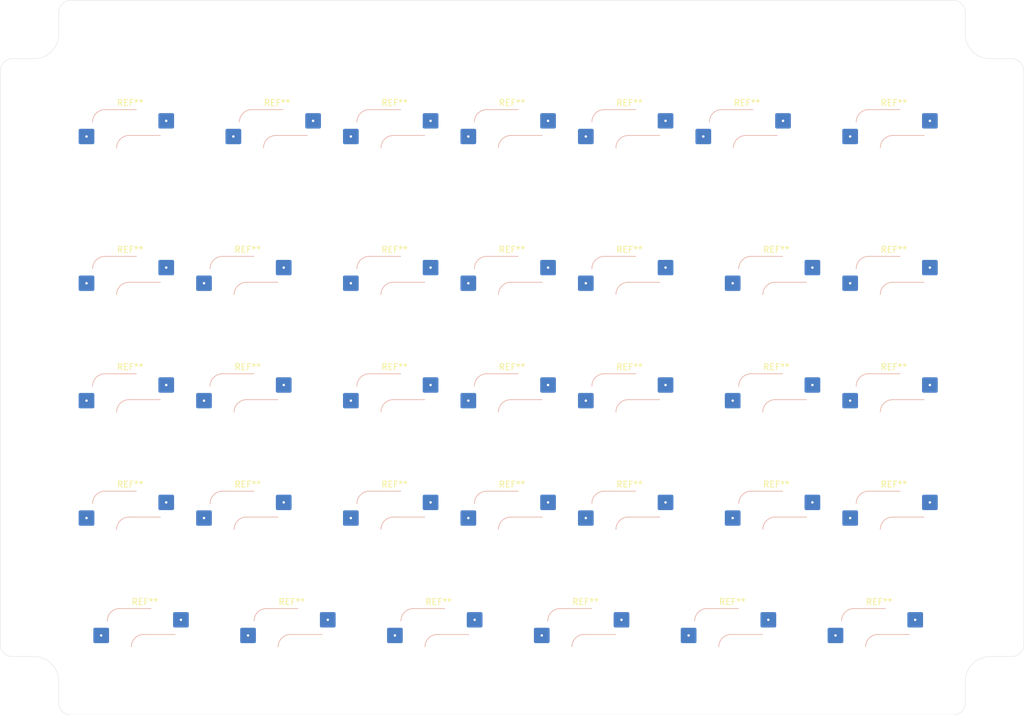
<source format=kicad_pcb>
(kicad_pcb (version 20211014) (generator pcbnew)
  (title_block (title "TW13-3-8 bottom") (date "2021-10-25") (rev "1"))
  (layers (0 "F.Cu" signal) (31 "B.Cu" signal) (34 "B.Paste" user) (35 "F.Paste" user) (36 "B.SilkS" user "B.Silkscreen") (37 "F.SilkS" user "F.Silkscreen") (38 "B.Mask" user) (39 "F.Mask" user) (44 "Edge.Cuts" user))
  (net 0 "")
  (footprint "yuiop:Cherry_MX_Hotswap_1.0u_v3" (layer "F.Cu") (at 169.05 66.6625)
    (fp_text reference "REF**" (at 0 -8) (layer "F.SilkS"))
    (fp_text value "Cherry_MX_Hotswap_1.0u_v3")
    (pad "" np_thru_hole circle (at 2.54 -5.08) (size 3.05 3.05) (drill 3.05) (layers *.Cu *.Mask))
    (pad "" np_thru_hole circle (at 5.08 0) (size 1.9 1.9) (drill 1.9) (layers F&B.Cu *.Mask))
    (pad "" np_thru_hole circle (at -5.08 0) (size 1.9 1.9) (drill 1.9) (layers F&B.Cu *.Mask))
    (pad "" np_thru_hole circle (at -3.81 -2.54) (size 3.05 3.05) (drill 3.05) (layers *.Cu *.Mask))
    (pad "" np_thru_hole circle (at 0 0) (size 4.1 4.1) (drill 4.1) (layers F&B.Cu *.Mask))
    (pad "1" thru_hole circle (at -7.085 -2.54 180) (size 1 1) (drill 0.4) (layers *.Cu *.Mask))
    (pad "1" smd roundrect (at -7.085 -2.54) (size 2.55 2.5) (layers "B.Cu" "B.Paste" "B.Mask") (roundrect_rratio 0.1))
    (pad "2" smd roundrect (at 5.842 -5.08) (size 2.55 2.5) (layers "B.Cu" "B.Paste" "B.Mask") (roundrect_rratio 0.1))
    (pad "2" thru_hole circle (at 5.842 -5.08 180) (size 1 1) (drill 0.4) (layers *.Cu *.Mask))
  )
  (footprint "yuiop:Cherry_MX_Hotswap_1.0u_v3" (layer "F.Cu") (at 114.28125 147.625)
    (fp_text reference "REF**" (at 0 -8) (layer "F.SilkS"))
    (fp_text value "Cherry_MX_Hotswap_1.0u_v3")
    (pad "" np_thru_hole circle (at 2.54 -5.08) (size 3.05 3.05) (drill 3.05) (layers *.Cu *.Mask))
    (pad "" np_thru_hole circle (at 5.08 0) (size 1.9 1.9) (drill 1.9) (layers F&B.Cu *.Mask))
    (pad "" np_thru_hole circle (at -5.08 0) (size 1.9 1.9) (drill 1.9) (layers F&B.Cu *.Mask))
    (pad "" np_thru_hole circle (at -3.81 -2.54) (size 3.05 3.05) (drill 3.05) (layers *.Cu *.Mask))
    (pad "" np_thru_hole circle (at 0 0) (size 4.1 4.1) (drill 4.1) (layers F&B.Cu *.Mask))
    (pad "1" thru_hole circle (at -7.085 -2.54 180) (size 1 1) (drill 0.4) (layers *.Cu *.Mask))
    (pad "1" smd roundrect (at -7.085 -2.54) (size 2.55 2.5) (layers "B.Cu" "B.Paste" "B.Mask") (roundrect_rratio 0.1))
    (pad "2" smd roundrect (at 5.842 -5.08) (size 2.55 2.5) (layers "B.Cu" "B.Paste" "B.Mask") (roundrect_rratio 0.1))
    (pad "2" thru_hole circle (at 5.842 -5.08 180) (size 1 1) (drill 0.4) (layers *.Cu *.Mask))
  )
  (footprint "yuiop:Cherry_MX_Hotswap_1.0u_v3" (layer "F.Cu") (at 192.8625 90.475)
    (fp_text reference "REF**" (at 0 -8) (layer "F.SilkS"))
    (fp_text value "Cherry_MX_Hotswap_1.0u_v3")
    (pad "" np_thru_hole circle (at 2.54 -5.08) (size 3.05 3.05) (drill 3.05) (layers *.Cu *.Mask))
    (pad "" np_thru_hole circle (at 5.08 0) (size 1.9 1.9) (drill 1.9) (layers F&B.Cu *.Mask))
    (pad "" np_thru_hole circle (at -5.08 0) (size 1.9 1.9) (drill 1.9) (layers F&B.Cu *.Mask))
    (pad "" np_thru_hole circle (at -3.81 -2.54) (size 3.05 3.05) (drill 3.05) (layers *.Cu *.Mask))
    (pad "" np_thru_hole circle (at 0 0) (size 4.1 4.1) (drill 4.1) (layers F&B.Cu *.Mask))
    (pad "1" thru_hole circle (at -7.085 -2.54 180) (size 1 1) (drill 0.4) (layers *.Cu *.Mask))
    (pad "1" smd roundrect (at -7.085 -2.54) (size 2.55 2.5) (layers "B.Cu" "B.Paste" "B.Mask") (roundrect_rratio 0.1))
    (pad "2" smd roundrect (at 5.842 -5.08) (size 2.55 2.5) (layers "B.Cu" "B.Paste" "B.Mask") (roundrect_rratio 0.1))
    (pad "2" thru_hole circle (at 5.842 -5.08 180) (size 1 1) (drill 0.4) (layers *.Cu *.Mask))
  )
  (footprint "yuiop:Cherry_MX_Hotswap_1.0u_v3" (layer "F.Cu") (at 111.9 66.6625)
    (fp_text reference "REF**" (at 0 -8) (layer "F.SilkS"))
    (fp_text value "Cherry_MX_Hotswap_1.0u_v3")
    (pad "" np_thru_hole circle (at 2.54 -5.08) (size 3.05 3.05) (drill 3.05) (layers *.Cu *.Mask))
    (pad "" np_thru_hole circle (at 5.08 0) (size 1.9 1.9) (drill 1.9) (layers F&B.Cu *.Mask))
    (pad "" np_thru_hole circle (at -5.08 0) (size 1.9 1.9) (drill 1.9) (layers F&B.Cu *.Mask))
    (pad "" np_thru_hole circle (at -3.81 -2.54) (size 3.05 3.05) (drill 3.05) (layers *.Cu *.Mask))
    (pad "" np_thru_hole circle (at 0 0) (size 4.1 4.1) (drill 4.1) (layers F&B.Cu *.Mask))
    (pad "1" thru_hole circle (at -7.085 -2.54 180) (size 1 1) (drill 0.4) (layers *.Cu *.Mask))
    (pad "1" smd roundrect (at -7.085 -2.54) (size 2.55 2.5) (layers "B.Cu" "B.Paste" "B.Mask") (roundrect_rratio 0.1))
    (pad "2" smd roundrect (at 5.842 -5.08) (size 2.55 2.5) (layers "B.Cu" "B.Paste" "B.Mask") (roundrect_rratio 0.1))
    (pad "2" thru_hole circle (at 5.842 -5.08 180) (size 1 1) (drill 0.4) (layers *.Cu *.Mask))
  )
  (footprint "yuiop:Cherry_MX_Hotswap_1.0u_v3" (layer "F.Cu") (at 169.05 109.525)
    (fp_text reference "REF**" (at 0 -8) (layer "F.SilkS"))
    (fp_text value "Cherry_MX_Hotswap_1.0u_v3")
    (pad "" np_thru_hole circle (at 2.54 -5.08) (size 3.05 3.05) (drill 3.05) (layers *.Cu *.Mask))
    (pad "" np_thru_hole circle (at 5.08 0) (size 1.9 1.9) (drill 1.9) (layers F&B.Cu *.Mask))
    (pad "" np_thru_hole circle (at -5.08 0) (size 1.9 1.9) (drill 1.9) (layers F&B.Cu *.Mask))
    (pad "" np_thru_hole circle (at -3.81 -2.54) (size 3.05 3.05) (drill 3.05) (layers *.Cu *.Mask))
    (pad "" np_thru_hole circle (at 0 0) (size 4.1 4.1) (drill 4.1) (layers F&B.Cu *.Mask))
    (pad "1" thru_hole circle (at -7.085 -2.54 180) (size 1 1) (drill 0.4) (layers *.Cu *.Mask))
    (pad "1" smd roundrect (at -7.085 -2.54) (size 2.55 2.5) (layers "B.Cu" "B.Paste" "B.Mask") (roundrect_rratio 0.1))
    (pad "2" smd roundrect (at 5.842 -5.08) (size 2.55 2.5) (layers "B.Cu" "B.Paste" "B.Mask") (roundrect_rratio 0.1))
    (pad "2" thru_hole circle (at 5.842 -5.08 180) (size 1 1) (drill 0.4) (layers *.Cu *.Mask))
  )
  (footprint "yuiop:Cherry_MX_Hotswap_1.0u_v3" (layer "F.Cu") (at 211.9125 66.6625)
    (fp_text reference "REF**" (at 0 -8) (layer "F.SilkS"))
    (fp_text value "Cherry_MX_Hotswap_1.0u_v3")
    (pad "" np_thru_hole circle (at 2.54 -5.08) (size 3.05 3.05) (drill 3.05) (layers *.Cu *.Mask))
    (pad "" np_thru_hole circle (at 5.08 0) (size 1.9 1.9) (drill 1.9) (layers F&B.Cu *.Mask))
    (pad "" np_thru_hole circle (at -5.08 0) (size 1.9 1.9) (drill 1.9) (layers F&B.Cu *.Mask))
    (pad "" np_thru_hole circle (at -3.81 -2.54) (size 3.05 3.05) (drill 3.05) (layers *.Cu *.Mask))
    (pad "" np_thru_hole circle (at 0 0) (size 4.1 4.1) (drill 4.1) (layers F&B.Cu *.Mask))
    (pad "1" thru_hole circle (at -7.085 -2.54 180) (size 1 1) (drill 0.4) (layers *.Cu *.Mask))
    (pad "1" smd roundrect (at -7.085 -2.54) (size 2.55 2.5) (layers "B.Cu" "B.Paste" "B.Mask") (roundrect_rratio 0.1))
    (pad "2" smd roundrect (at 5.842 -5.08) (size 2.55 2.5) (layers "B.Cu" "B.Paste" "B.Mask") (roundrect_rratio 0.1))
    (pad "2" thru_hole circle (at 5.842 -5.08 180) (size 1 1) (drill 0.4) (layers *.Cu *.Mask))
  )
  (footprint "yuiop:Cherry_MX_Hotswap_1.0u_v3" (layer "F.Cu") (at 209.53125 147.625)
    (fp_text reference "REF**" (at 0 -8) (layer "F.SilkS"))
    (fp_text value "Cherry_MX_Hotswap_1.0u_v3")
    (pad "" np_thru_hole circle (at 2.54 -5.08) (size 3.05 3.05) (drill 3.05) (layers *.Cu *.Mask))
    (pad "" np_thru_hole circle (at 5.08 0) (size 1.9 1.9) (drill 1.9) (layers F&B.Cu *.Mask))
    (pad "" np_thru_hole circle (at -5.08 0) (size 1.9 1.9) (drill 1.9) (layers F&B.Cu *.Mask))
    (pad "" np_thru_hole circle (at -3.81 -2.54) (size 3.05 3.05) (drill 3.05) (layers *.Cu *.Mask))
    (pad "" np_thru_hole circle (at 0 0) (size 4.1 4.1) (drill 4.1) (layers F&B.Cu *.Mask))
    (pad "1" thru_hole circle (at -7.085 -2.54 180) (size 1 1) (drill 0.4) (layers *.Cu *.Mask))
    (pad "1" smd roundrect (at -7.085 -2.54) (size 2.55 2.5) (layers "B.Cu" "B.Paste" "B.Mask") (roundrect_rratio 0.1))
    (pad "2" smd roundrect (at 5.842 -5.08) (size 2.55 2.5) (layers "B.Cu" "B.Paste" "B.Mask") (roundrect_rratio 0.1))
    (pad "2" thru_hole circle (at 5.842 -5.08 180) (size 1 1) (drill 0.4) (layers *.Cu *.Mask))
  )
  (footprint "yuiop:Cherry_MX_Hotswap_1.0u_v3" (layer "F.Cu") (at 130.95 109.525)
    (fp_text reference "REF**" (at 0 -8) (layer "F.SilkS"))
    (fp_text value "Cherry_MX_Hotswap_1.0u_v3")
    (pad "" np_thru_hole circle (at 2.54 -5.08) (size 3.05 3.05) (drill 3.05) (layers *.Cu *.Mask))
    (pad "" np_thru_hole circle (at 5.08 0) (size 1.9 1.9) (drill 1.9) (layers F&B.Cu *.Mask))
    (pad "" np_thru_hole circle (at -5.08 0) (size 1.9 1.9) (drill 1.9) (layers F&B.Cu *.Mask))
    (pad "" np_thru_hole circle (at -3.81 -2.54) (size 3.05 3.05) (drill 3.05) (layers *.Cu *.Mask))
    (pad "" np_thru_hole circle (at 0 0) (size 4.1 4.1) (drill 4.1) (layers F&B.Cu *.Mask))
    (pad "1" thru_hole circle (at -7.085 -2.54 180) (size 1 1) (drill 0.4) (layers *.Cu *.Mask))
    (pad "1" smd roundrect (at -7.085 -2.54) (size 2.55 2.5) (layers "B.Cu" "B.Paste" "B.Mask") (roundrect_rratio 0.1))
    (pad "2" smd roundrect (at 5.842 -5.08) (size 2.55 2.5) (layers "B.Cu" "B.Paste" "B.Mask") (roundrect_rratio 0.1))
    (pad "2" thru_hole circle (at 5.842 -5.08 180) (size 1 1) (drill 0.4) (layers *.Cu *.Mask))
  )
  (footprint "yuiop:Cherry_MX_Hotswap_1.0u_v3" (layer "F.Cu") (at 150 66.6625)
    (fp_text reference "REF**" (at 0 -8) (layer "F.SilkS"))
    (fp_text value "Cherry_MX_Hotswap_1.0u_v3")
    (pad "" np_thru_hole circle (at 2.54 -5.08) (size 3.05 3.05) (drill 3.05) (layers *.Cu *.Mask))
    (pad "" np_thru_hole circle (at 5.08 0) (size 1.9 1.9) (drill 1.9) (layers F&B.Cu *.Mask))
    (pad "" np_thru_hole circle (at -5.08 0) (size 1.9 1.9) (drill 1.9) (layers F&B.Cu *.Mask))
    (pad "" np_thru_hole circle (at -3.81 -2.54) (size 3.05 3.05) (drill 3.05) (layers *.Cu *.Mask))
    (pad "" np_thru_hole circle (at 0 0) (size 4.1 4.1) (drill 4.1) (layers F&B.Cu *.Mask))
    (pad "1" thru_hole circle (at -7.085 -2.54 180) (size 1 1) (drill 0.4) (layers *.Cu *.Mask))
    (pad "1" smd roundrect (at -7.085 -2.54) (size 2.55 2.5) (layers "B.Cu" "B.Paste" "B.Mask") (roundrect_rratio 0.1))
    (pad "2" smd roundrect (at 5.842 -5.08) (size 2.55 2.5) (layers "B.Cu" "B.Paste" "B.Mask") (roundrect_rratio 0.1))
    (pad "2" thru_hole circle (at 5.842 -5.08 180) (size 1 1) (drill 0.4) (layers *.Cu *.Mask))
  )
  (footprint "yuiop:Cherry_MX_Hotswap_1.0u_v3" (layer "F.Cu") (at 88.0875 128.575)
    (fp_text reference "REF**" (at 0 -8) (layer "F.SilkS"))
    (fp_text value "Cherry_MX_Hotswap_1.0u_v3")
    (pad "" np_thru_hole circle (at 2.54 -5.08) (size 3.05 3.05) (drill 3.05) (layers *.Cu *.Mask))
    (pad "" np_thru_hole circle (at 5.08 0) (size 1.9 1.9) (drill 1.9) (layers F&B.Cu *.Mask))
    (pad "" np_thru_hole circle (at -5.08 0) (size 1.9 1.9) (drill 1.9) (layers F&B.Cu *.Mask))
    (pad "" np_thru_hole circle (at -3.81 -2.54) (size 3.05 3.05) (drill 3.05) (layers *.Cu *.Mask))
    (pad "" np_thru_hole circle (at 0 0) (size 4.1 4.1) (drill 4.1) (layers F&B.Cu *.Mask))
    (pad "1" thru_hole circle (at -7.085 -2.54 180) (size 1 1) (drill 0.4) (layers *.Cu *.Mask))
    (pad "1" smd roundrect (at -7.085 -2.54) (size 2.55 2.5) (layers "B.Cu" "B.Paste" "B.Mask") (roundrect_rratio 0.1))
    (pad "2" smd roundrect (at 5.842 -5.08) (size 2.55 2.5) (layers "B.Cu" "B.Paste" "B.Mask") (roundrect_rratio 0.1))
    (pad "2" thru_hole circle (at 5.842 -5.08 180) (size 1 1) (drill 0.4) (layers *.Cu *.Mask))
  )
  (footprint "yuiop:Cherry_MX_Hotswap_1.0u_v3" (layer "F.Cu") (at 150 128.575)
    (fp_text reference "REF**" (at 0 -8) (layer "F.SilkS"))
    (fp_text value "Cherry_MX_Hotswap_1.0u_v3")
    (pad "" np_thru_hole circle (at 2.54 -5.08) (size 3.05 3.05) (drill 3.05) (layers *.Cu *.Mask))
    (pad "" np_thru_hole circle (at 5.08 0) (size 1.9 1.9) (drill 1.9) (layers F&B.Cu *.Mask))
    (pad "" np_thru_hole circle (at -5.08 0) (size 1.9 1.9) (drill 1.9) (layers F&B.Cu *.Mask))
    (pad "" np_thru_hole circle (at -3.81 -2.54) (size 3.05 3.05) (drill 3.05) (layers *.Cu *.Mask))
    (pad "" np_thru_hole circle (at 0 0) (size 4.1 4.1) (drill 4.1) (layers F&B.Cu *.Mask))
    (pad "1" thru_hole circle (at -7.085 -2.54 180) (size 1 1) (drill 0.4) (layers *.Cu *.Mask))
    (pad "1" smd roundrect (at -7.085 -2.54) (size 2.55 2.5) (layers "B.Cu" "B.Paste" "B.Mask") (roundrect_rratio 0.1))
    (pad "2" smd roundrect (at 5.842 -5.08) (size 2.55 2.5) (layers "B.Cu" "B.Paste" "B.Mask") (roundrect_rratio 0.1))
    (pad "2" thru_hole circle (at 5.842 -5.08 180) (size 1 1) (drill 0.4) (layers *.Cu *.Mask))
  )
  (footprint "yuiop:Cherry_MX_Hotswap_1.0u_v3" (layer "F.Cu") (at 169.05 128.575)
    (fp_text reference "REF**" (at 0 -8) (layer "F.SilkS"))
    (fp_text value "Cherry_MX_Hotswap_1.0u_v3")
    (pad "" np_thru_hole circle (at 2.54 -5.08) (size 3.05 3.05) (drill 3.05) (layers *.Cu *.Mask))
    (pad "" np_thru_hole circle (at 5.08 0) (size 1.9 1.9) (drill 1.9) (layers F&B.Cu *.Mask))
    (pad "" np_thru_hole circle (at -5.08 0) (size 1.9 1.9) (drill 1.9) (layers F&B.Cu *.Mask))
    (pad "" np_thru_hole circle (at -3.81 -2.54) (size 3.05 3.05) (drill 3.05) (layers *.Cu *.Mask))
    (pad "" np_thru_hole circle (at 0 0) (size 4.1 4.1) (drill 4.1) (layers F&B.Cu *.Mask))
    (pad "1" thru_hole circle (at -7.085 -2.54 180) (size 1 1) (drill 0.4) (layers *.Cu *.Mask))
    (pad "1" smd roundrect (at -7.085 -2.54) (size 2.55 2.5) (layers "B.Cu" "B.Paste" "B.Mask") (roundrect_rratio 0.1))
    (pad "2" smd roundrect (at 5.842 -5.08) (size 2.55 2.5) (layers "B.Cu" "B.Paste" "B.Mask") (roundrect_rratio 0.1))
    (pad "2" thru_hole circle (at 5.842 -5.08 180) (size 1 1) (drill 0.4) (layers *.Cu *.Mask))
  )
  (footprint "yuiop:Cherry_MX_Hotswap_1.0u_v3" (layer "F.Cu") (at 185.71875 147.625)
    (fp_text reference "REF**" (at 0 -8) (layer "F.SilkS"))
    (fp_text value "Cherry_MX_Hotswap_1.0u_v3")
    (pad "" np_thru_hole circle (at 2.54 -5.08) (size 3.05 3.05) (drill 3.05) (layers *.Cu *.Mask))
    (pad "" np_thru_hole circle (at 5.08 0) (size 1.9 1.9) (drill 1.9) (layers F&B.Cu *.Mask))
    (pad "" np_thru_hole circle (at -5.08 0) (size 1.9 1.9) (drill 1.9) (layers F&B.Cu *.Mask))
    (pad "" np_thru_hole circle (at -3.81 -2.54) (size 3.05 3.05) (drill 3.05) (layers *.Cu *.Mask))
    (pad "" np_thru_hole circle (at 0 0) (size 4.1 4.1) (drill 4.1) (layers F&B.Cu *.Mask))
    (pad "1" thru_hole circle (at -7.085 -2.54 180) (size 1 1) (drill 0.4) (layers *.Cu *.Mask))
    (pad "1" smd roundrect (at -7.085 -2.54) (size 2.55 2.5) (layers "B.Cu" "B.Paste" "B.Mask") (roundrect_rratio 0.1))
    (pad "2" smd roundrect (at 5.842 -5.08) (size 2.55 2.5) (layers "B.Cu" "B.Paste" "B.Mask") (roundrect_rratio 0.1))
    (pad "2" thru_hole circle (at 5.842 -5.08 180) (size 1 1) (drill 0.4) (layers *.Cu *.Mask))
  )
  (footprint "yuiop:Cherry_MX_Hotswap_1.0u_v3" (layer "F.Cu") (at 192.8625 128.575)
    (fp_text reference "REF**" (at 0 -8) (layer "F.SilkS"))
    (fp_text value "Cherry_MX_Hotswap_1.0u_v3")
    (pad "" np_thru_hole circle (at 2.54 -5.08) (size 3.05 3.05) (drill 3.05) (layers *.Cu *.Mask))
    (pad "" np_thru_hole circle (at 5.08 0) (size 1.9 1.9) (drill 1.9) (layers F&B.Cu *.Mask))
    (pad "" np_thru_hole circle (at -5.08 0) (size 1.9 1.9) (drill 1.9) (layers F&B.Cu *.Mask))
    (pad "" np_thru_hole circle (at -3.81 -2.54) (size 3.05 3.05) (drill 3.05) (layers *.Cu *.Mask))
    (pad "" np_thru_hole circle (at 0 0) (size 4.1 4.1) (drill 4.1) (layers F&B.Cu *.Mask))
    (pad "1" thru_hole circle (at -7.085 -2.54 180) (size 1 1) (drill 0.4) (layers *.Cu *.Mask))
    (pad "1" smd roundrect (at -7.085 -2.54) (size 2.55 2.5) (layers "B.Cu" "B.Paste" "B.Mask") (roundrect_rratio 0.1))
    (pad "2" smd roundrect (at 5.842 -5.08) (size 2.55 2.5) (layers "B.Cu" "B.Paste" "B.Mask") (roundrect_rratio 0.1))
    (pad "2" thru_hole circle (at 5.842 -5.08 180) (size 1 1) (drill 0.4) (layers *.Cu *.Mask))
  )
  (footprint "yuiop:Cherry_MX_Hotswap_1.0u_v3" (layer "F.Cu") (at 192.8625 109.525)
    (fp_text reference "REF**" (at 0 -8) (layer "F.SilkS"))
    (fp_text value "Cherry_MX_Hotswap_1.0u_v3")
    (pad "" np_thru_hole circle (at 2.54 -5.08) (size 3.05 3.05) (drill 3.05) (layers *.Cu *.Mask))
    (pad "" np_thru_hole circle (at 5.08 0) (size 1.9 1.9) (drill 1.9) (layers F&B.Cu *.Mask))
    (pad "" np_thru_hole circle (at -5.08 0) (size 1.9 1.9) (drill 1.9) (layers F&B.Cu *.Mask))
    (pad "" np_thru_hole circle (at -3.81 -2.54) (size 3.05 3.05) (drill 3.05) (layers *.Cu *.Mask))
    (pad "" np_thru_hole circle (at 0 0) (size 4.1 4.1) (drill 4.1) (layers F&B.Cu *.Mask))
    (pad "1" thru_hole circle (at -7.085 -2.54 180) (size 1 1) (drill 0.4) (layers *.Cu *.Mask))
    (pad "1" smd roundrect (at -7.085 -2.54) (size 2.55 2.5) (layers "B.Cu" "B.Paste" "B.Mask") (roundrect_rratio 0.1))
    (pad "2" smd roundrect (at 5.842 -5.08) (size 2.55 2.5) (layers "B.Cu" "B.Paste" "B.Mask") (roundrect_rratio 0.1))
    (pad "2" thru_hole circle (at 5.842 -5.08 180) (size 1 1) (drill 0.4) (layers *.Cu *.Mask))
  )
  (footprint "yuiop:Cherry_MX_Hotswap_1.0u_v3" (layer "F.Cu") (at 211.9125 109.525)
    (fp_text reference "REF**" (at 0 -8) (layer "F.SilkS"))
    (fp_text value "Cherry_MX_Hotswap_1.0u_v3")
    (pad "" np_thru_hole circle (at 2.54 -5.08) (size 3.05 3.05) (drill 3.05) (layers *.Cu *.Mask))
    (pad "" np_thru_hole circle (at 5.08 0) (size 1.9 1.9) (drill 1.9) (layers F&B.Cu *.Mask))
    (pad "" np_thru_hole circle (at -5.08 0) (size 1.9 1.9) (drill 1.9) (layers F&B.Cu *.Mask))
    (pad "" np_thru_hole circle (at -3.81 -2.54) (size 3.05 3.05) (drill 3.05) (layers *.Cu *.Mask))
    (pad "" np_thru_hole circle (at 0 0) (size 4.1 4.1) (drill 4.1) (layers F&B.Cu *.Mask))
    (pad "1" thru_hole circle (at -7.085 -2.54 180) (size 1 1) (drill 0.4) (layers *.Cu *.Mask))
    (pad "1" smd roundrect (at -7.085 -2.54) (size 2.55 2.5) (layers "B.Cu" "B.Paste" "B.Mask") (roundrect_rratio 0.1))
    (pad "2" smd roundrect (at 5.842 -5.08) (size 2.55 2.5) (layers "B.Cu" "B.Paste" "B.Mask") (roundrect_rratio 0.1))
    (pad "2" thru_hole circle (at 5.842 -5.08 180) (size 1 1) (drill 0.4) (layers *.Cu *.Mask))
  )
  (footprint "yuiop:Cherry_MX_Hotswap_1.0u_v3" (layer "F.Cu") (at 161.90625 147.625)
    (fp_text reference "REF**" (at 0 -8) (layer "F.SilkS"))
    (fp_text value "Cherry_MX_Hotswap_1.0u_v3")
    (pad "" np_thru_hole circle (at 2.54 -5.08) (size 3.05 3.05) (drill 3.05) (layers *.Cu *.Mask))
    (pad "" np_thru_hole circle (at 5.08 0) (size 1.9 1.9) (drill 1.9) (layers F&B.Cu *.Mask))
    (pad "" np_thru_hole circle (at -5.08 0) (size 1.9 1.9) (drill 1.9) (layers F&B.Cu *.Mask))
    (pad "" np_thru_hole circle (at -3.81 -2.54) (size 3.05 3.05) (drill 3.05) (layers *.Cu *.Mask))
    (pad "" np_thru_hole circle (at 0 0) (size 4.1 4.1) (drill 4.1) (layers F&B.Cu *.Mask))
    (pad "1" thru_hole circle (at -7.085 -2.54 180) (size 1 1) (drill 0.4) (layers *.Cu *.Mask))
    (pad "1" smd roundrect (at -7.085 -2.54) (size 2.55 2.5) (layers "B.Cu" "B.Paste" "B.Mask") (roundrect_rratio 0.1))
    (pad "2" smd roundrect (at 5.842 -5.08) (size 2.55 2.5) (layers "B.Cu" "B.Paste" "B.Mask") (roundrect_rratio 0.1))
    (pad "2" thru_hole circle (at 5.842 -5.08 180) (size 1 1) (drill 0.4) (layers *.Cu *.Mask))
  )
  (footprint "yuiop:Cherry_MX_Hotswap_1.0u_v3" (layer "F.Cu") (at 188.1 66.6625)
    (fp_text reference "REF**" (at 0 -8) (layer "F.SilkS"))
    (fp_text value "Cherry_MX_Hotswap_1.0u_v3")
    (pad "" np_thru_hole circle (at 2.54 -5.08) (size 3.05 3.05) (drill 3.05) (layers *.Cu *.Mask))
    (pad "" np_thru_hole circle (at 5.08 0) (size 1.9 1.9) (drill 1.9) (layers F&B.Cu *.Mask))
    (pad "" np_thru_hole circle (at -5.08 0) (size 1.9 1.9) (drill 1.9) (layers F&B.Cu *.Mask))
    (pad "" np_thru_hole circle (at -3.81 -2.54) (size 3.05 3.05) (drill 3.05) (layers *.Cu *.Mask))
    (pad "" np_thru_hole circle (at 0 0) (size 4.1 4.1) (drill 4.1) (layers F&B.Cu *.Mask))
    (pad "1" thru_hole circle (at -7.085 -2.54 180) (size 1 1) (drill 0.4) (layers *.Cu *.Mask))
    (pad "1" smd roundrect (at -7.085 -2.54) (size 2.55 2.5) (layers "B.Cu" "B.Paste" "B.Mask") (roundrect_rratio 0.1))
    (pad "2" smd roundrect (at 5.842 -5.08) (size 2.55 2.5) (layers "B.Cu" "B.Paste" "B.Mask") (roundrect_rratio 0.1))
    (pad "2" thru_hole circle (at 5.842 -5.08 180) (size 1 1) (drill 0.4) (layers *.Cu *.Mask))
  )
  (footprint "yuiop:Cherry_MX_Hotswap_1.0u_v3" (layer "F.Cu") (at 107.1375 90.475)
    (fp_text reference "REF**" (at 0 -8) (layer "F.SilkS"))
    (fp_text value "Cherry_MX_Hotswap_1.0u_v3")
    (pad "" np_thru_hole circle (at 2.54 -5.08) (size 3.05 3.05) (drill 3.05) (layers *.Cu *.Mask))
    (pad "" np_thru_hole circle (at 5.08 0) (size 1.9 1.9) (drill 1.9) (layers F&B.Cu *.Mask))
    (pad "" np_thru_hole circle (at -5.08 0) (size 1.9 1.9) (drill 1.9) (layers F&B.Cu *.Mask))
    (pad "" np_thru_hole circle (at -3.81 -2.54) (size 3.05 3.05) (drill 3.05) (layers *.Cu *.Mask))
    (pad "" np_thru_hole circle (at 0 0) (size 4.1 4.1) (drill 4.1) (layers F&B.Cu *.Mask))
    (pad "1" thru_hole circle (at -7.085 -2.54 180) (size 1 1) (drill 0.4) (layers *.Cu *.Mask))
    (pad "1" smd roundrect (at -7.085 -2.54) (size 2.55 2.5) (layers "B.Cu" "B.Paste" "B.Mask") (roundrect_rratio 0.1))
    (pad "2" smd roundrect (at 5.842 -5.08) (size 2.55 2.5) (layers "B.Cu" "B.Paste" "B.Mask") (roundrect_rratio 0.1))
    (pad "2" thru_hole circle (at 5.842 -5.08 180) (size 1 1) (drill 0.4) (layers *.Cu *.Mask))
  )
  (footprint "yuiop:Cherry_MX_Hotswap_1.0u_v3" (layer "F.Cu") (at 169.05 90.475)
    (fp_text reference "REF**" (at 0 -8) (layer "F.SilkS"))
    (fp_text value "Cherry_MX_Hotswap_1.0u_v3")
    (pad "" np_thru_hole circle (at 2.54 -5.08) (size 3.05 3.05) (drill 3.05) (layers *.Cu *.Mask))
    (pad "" np_thru_hole circle (at 5.08 0) (size 1.9 1.9) (drill 1.9) (layers F&B.Cu *.Mask))
    (pad "" np_thru_hole circle (at -5.08 0) (size 1.9 1.9) (drill 1.9) (layers F&B.Cu *.Mask))
    (pad "" np_thru_hole circle (at -3.81 -2.54) (size 3.05 3.05) (drill 3.05) (layers *.Cu *.Mask))
    (pad "" np_thru_hole circle (at 0 0) (size 4.1 4.1) (drill 4.1) (layers F&B.Cu *.Mask))
    (pad "1" thru_hole circle (at -7.085 -2.54 180) (size 1 1) (drill 0.4) (layers *.Cu *.Mask))
    (pad "1" smd roundrect (at -7.085 -2.54) (size 2.55 2.5) (layers "B.Cu" "B.Paste" "B.Mask") (roundrect_rratio 0.1))
    (pad "2" smd roundrect (at 5.842 -5.08) (size 2.55 2.5) (layers "B.Cu" "B.Paste" "B.Mask") (roundrect_rratio 0.1))
    (pad "2" thru_hole circle (at 5.842 -5.08 180) (size 1 1) (drill 0.4) (layers *.Cu *.Mask))
  )
  (footprint "yuiop:Cherry_MX_Hotswap_1.0u_v3" (layer "F.Cu") (at 130.95 128.575)
    (fp_text reference "REF**" (at 0 -8) (layer "F.SilkS"))
    (fp_text value "Cherry_MX_Hotswap_1.0u_v3")
    (pad "" np_thru_hole circle (at 2.54 -5.08) (size 3.05 3.05) (drill 3.05) (layers *.Cu *.Mask))
    (pad "" np_thru_hole circle (at 5.08 0) (size 1.9 1.9) (drill 1.9) (layers F&B.Cu *.Mask))
    (pad "" np_thru_hole circle (at -5.08 0) (size 1.9 1.9) (drill 1.9) (layers F&B.Cu *.Mask))
    (pad "" np_thru_hole circle (at -3.81 -2.54) (size 3.05 3.05) (drill 3.05) (layers *.Cu *.Mask))
    (pad "" np_thru_hole circle (at 0 0) (size 4.1 4.1) (drill 4.1) (layers F&B.Cu *.Mask))
    (pad "1" thru_hole circle (at -7.085 -2.54 180) (size 1 1) (drill 0.4) (layers *.Cu *.Mask))
    (pad "1" smd roundrect (at -7.085 -2.54) (size 2.55 2.5) (layers "B.Cu" "B.Paste" "B.Mask") (roundrect_rratio 0.1))
    (pad "2" smd roundrect (at 5.842 -5.08) (size 2.55 2.5) (layers "B.Cu" "B.Paste" "B.Mask") (roundrect_rratio 0.1))
    (pad "2" thru_hole circle (at 5.842 -5.08 180) (size 1 1) (drill 0.4) (layers *.Cu *.Mask))
  )
  (footprint "yuiop:Cherry_MX_Hotswap_1.0u_v3" (layer "F.Cu") (at 211.9125 128.575)
    (fp_text reference "REF**" (at 0 -8) (layer "F.SilkS"))
    (fp_text value "Cherry_MX_Hotswap_1.0u_v3")
    (pad "" np_thru_hole circle (at 2.54 -5.08) (size 3.05 3.05) (drill 3.05) (layers *.Cu *.Mask))
    (pad "" np_thru_hole circle (at 5.08 0) (size 1.9 1.9) (drill 1.9) (layers F&B.Cu *.Mask))
    (pad "" np_thru_hole circle (at -5.08 0) (size 1.9 1.9) (drill 1.9) (layers F&B.Cu *.Mask))
    (pad "" np_thru_hole circle (at -3.81 -2.54) (size 3.05 3.05) (drill 3.05) (layers *.Cu *.Mask))
    (pad "" np_thru_hole circle (at 0 0) (size 4.1 4.1) (drill 4.1) (layers F&B.Cu *.Mask))
    (pad "1" thru_hole circle (at -7.085 -2.54 180) (size 1 1) (drill 0.4) (layers *.Cu *.Mask))
    (pad "1" smd roundrect (at -7.085 -2.54) (size 2.55 2.5) (layers "B.Cu" "B.Paste" "B.Mask") (roundrect_rratio 0.1))
    (pad "2" smd roundrect (at 5.842 -5.08) (size 2.55 2.5) (layers "B.Cu" "B.Paste" "B.Mask") (roundrect_rratio 0.1))
    (pad "2" thru_hole circle (at 5.842 -5.08 180) (size 1 1) (drill 0.4) (layers *.Cu *.Mask))
  )
  (footprint "yuiop:Cherry_MX_Hotswap_1.0u_v3" (layer "F.Cu") (at 130.95 90.475)
    (fp_text reference "REF**" (at 0 -8) (layer "F.SilkS"))
    (fp_text value "Cherry_MX_Hotswap_1.0u_v3")
    (pad "" np_thru_hole circle (at 2.54 -5.08) (size 3.05 3.05) (drill 3.05) (layers *.Cu *.Mask))
    (pad "" np_thru_hole circle (at 5.08 0) (size 1.9 1.9) (drill 1.9) (layers F&B.Cu *.Mask))
    (pad "" np_thru_hole circle (at -5.08 0) (size 1.9 1.9) (drill 1.9) (layers F&B.Cu *.Mask))
    (pad "" np_thru_hole circle (at -3.81 -2.54) (size 3.05 3.05) (drill 3.05) (layers *.Cu *.Mask))
    (pad "" np_thru_hole circle (at 0 0) (size 4.1 4.1) (drill 4.1) (layers F&B.Cu *.Mask))
    (pad "1" thru_hole circle (at -7.085 -2.54 180) (size 1 1) (drill 0.4) (layers *.Cu *.Mask))
    (pad "1" smd roundrect (at -7.085 -2.54) (size 2.55 2.5) (layers "B.Cu" "B.Paste" "B.Mask") (roundrect_rratio 0.1))
    (pad "2" smd roundrect (at 5.842 -5.08) (size 2.55 2.5) (layers "B.Cu" "B.Paste" "B.Mask") (roundrect_rratio 0.1))
    (pad "2" thru_hole circle (at 5.842 -5.08 180) (size 1 1) (drill 0.4) (layers *.Cu *.Mask))
  )
  (footprint "yuiop:Cherry_MX_Hotswap_1.0u_v3" (layer "F.Cu") (at 150 109.525)
    (fp_text reference "REF**" (at 0 -8) (layer "F.SilkS"))
    (fp_text value "Cherry_MX_Hotswap_1.0u_v3")
    (pad "" np_thru_hole circle (at 2.54 -5.08) (size 3.05 3.05) (drill 3.05) (layers *.Cu *.Mask))
    (pad "" np_thru_hole circle (at 5.08 0) (size 1.9 1.9) (drill 1.9) (layers F&B.Cu *.Mask))
    (pad "" np_thru_hole circle (at -5.08 0) (size 1.9 1.9) (drill 1.9) (layers F&B.Cu *.Mask))
    (pad "" np_thru_hole circle (at -3.81 -2.54) (size 3.05 3.05) (drill 3.05) (layers *.Cu *.Mask))
    (pad "" np_thru_hole circle (at 0 0) (size 4.1 4.1) (drill 4.1) (layers F&B.Cu *.Mask))
    (pad "1" thru_hole circle (at -7.085 -2.54 180) (size 1 1) (drill 0.4) (layers *.Cu *.Mask))
    (pad "1" smd roundrect (at -7.085 -2.54) (size 2.55 2.5) (layers "B.Cu" "B.Paste" "B.Mask") (roundrect_rratio 0.1))
    (pad "2" smd roundrect (at 5.842 -5.08) (size 2.55 2.5) (layers "B.Cu" "B.Paste" "B.Mask") (roundrect_rratio 0.1))
    (pad "2" thru_hole circle (at 5.842 -5.08 180) (size 1 1) (drill 0.4) (layers *.Cu *.Mask))
  )
  (footprint "yuiop:Cherry_MX_Hotswap_1.0u_v3" (layer "F.Cu") (at 88.0875 90.475)
    (fp_text reference "REF**" (at 0 -8) (layer "F.SilkS"))
    (fp_text value "Cherry_MX_Hotswap_1.0u_v3")
    (pad "" np_thru_hole circle (at 2.54 -5.08) (size 3.05 3.05) (drill 3.05) (layers *.Cu *.Mask))
    (pad "" np_thru_hole circle (at 5.08 0) (size 1.9 1.9) (drill 1.9) (layers F&B.Cu *.Mask))
    (pad "" np_thru_hole circle (at -5.08 0) (size 1.9 1.9) (drill 1.9) (layers F&B.Cu *.Mask))
    (pad "" np_thru_hole circle (at -3.81 -2.54) (size 3.05 3.05) (drill 3.05) (layers *.Cu *.Mask))
    (pad "" np_thru_hole circle (at 0 0) (size 4.1 4.1) (drill 4.1) (layers F&B.Cu *.Mask))
    (pad "1" thru_hole circle (at -7.085 -2.54 180) (size 1 1) (drill 0.4) (layers *.Cu *.Mask))
    (pad "1" smd roundrect (at -7.085 -2.54) (size 2.55 2.5) (layers "B.Cu" "B.Paste" "B.Mask") (roundrect_rratio 0.1))
    (pad "2" smd roundrect (at 5.842 -5.08) (size 2.55 2.5) (layers "B.Cu" "B.Paste" "B.Mask") (roundrect_rratio 0.1))
    (pad "2" thru_hole circle (at 5.842 -5.08 180) (size 1 1) (drill 0.4) (layers *.Cu *.Mask))
  )
  (footprint "yuiop:Cherry_MX_Hotswap_1.0u_v3" (layer "F.Cu") (at 211.9125 90.475)
    (fp_text reference "REF**" (at 0 -8) (layer "F.SilkS"))
    (fp_text value "Cherry_MX_Hotswap_1.0u_v3")
    (pad "" np_thru_hole circle (at 2.54 -5.08) (size 3.05 3.05) (drill 3.05) (layers *.Cu *.Mask))
    (pad "" np_thru_hole circle (at 5.08 0) (size 1.9 1.9) (drill 1.9) (layers F&B.Cu *.Mask))
    (pad "" np_thru_hole circle (at -5.08 0) (size 1.9 1.9) (drill 1.9) (layers F&B.Cu *.Mask))
    (pad "" np_thru_hole circle (at -3.81 -2.54) (size 3.05 3.05) (drill 3.05) (layers *.Cu *.Mask))
    (pad "" np_thru_hole circle (at 0 0) (size 4.1 4.1) (drill 4.1) (layers F&B.Cu *.Mask))
    (pad "1" thru_hole circle (at -7.085 -2.54 180) (size 1 1) (drill 0.4) (layers *.Cu *.Mask))
    (pad "1" smd roundrect (at -7.085 -2.54) (size 2.55 2.5) (layers "B.Cu" "B.Paste" "B.Mask") (roundrect_rratio 0.1))
    (pad "2" smd roundrect (at 5.842 -5.08) (size 2.55 2.5) (layers "B.Cu" "B.Paste" "B.Mask") (roundrect_rratio 0.1))
    (pad "2" thru_hole circle (at 5.842 -5.08 180) (size 1 1) (drill 0.4) (layers *.Cu *.Mask))
  )
  (footprint "yuiop:Cherry_MX_Hotswap_1.0u_v3" (layer "F.Cu") (at 150 90.475)
    (fp_text reference "REF**" (at 0 -8) (layer "F.SilkS"))
    (fp_text value "Cherry_MX_Hotswap_1.0u_v3")
    (pad "" np_thru_hole circle (at 2.54 -5.08) (size 3.05 3.05) (drill 3.05) (layers *.Cu *.Mask))
    (pad "" np_thru_hole circle (at 5.08 0) (size 1.9 1.9) (drill 1.9) (layers F&B.Cu *.Mask))
    (pad "" np_thru_hole circle (at -5.08 0) (size 1.9 1.9) (drill 1.9) (layers F&B.Cu *.Mask))
    (pad "" np_thru_hole circle (at -3.81 -2.54) (size 3.05 3.05) (drill 3.05) (layers *.Cu *.Mask))
    (pad "" np_thru_hole circle (at 0 0) (size 4.1 4.1) (drill 4.1) (layers F&B.Cu *.Mask))
    (pad "1" thru_hole circle (at -7.085 -2.54 180) (size 1 1) (drill 0.4) (layers *.Cu *.Mask))
    (pad "1" smd roundrect (at -7.085 -2.54) (size 2.55 2.5) (layers "B.Cu" "B.Paste" "B.Mask") (roundrect_rratio 0.1))
    (pad "2" smd roundrect (at 5.842 -5.08) (size 2.55 2.5) (layers "B.Cu" "B.Paste" "B.Mask") (roundrect_rratio 0.1))
    (pad "2" thru_hole circle (at 5.842 -5.08 180) (size 1 1) (drill 0.4) (layers *.Cu *.Mask))
  )
  (footprint "yuiop:Cherry_MX_Hotswap_1.0u_v3" (layer "F.Cu") (at 88.0875 66.6625)
    (fp_text reference "REF**" (at 0 -8) (layer "F.SilkS"))
    (fp_text value "Cherry_MX_Hotswap_1.0u_v3")
    (pad "" np_thru_hole circle (at 2.54 -5.08) (size 3.05 3.05) (drill 3.05) (layers *.Cu *.Mask))
    (pad "" np_thru_hole circle (at 5.08 0) (size 1.9 1.9) (drill 1.9) (layers F&B.Cu *.Mask))
    (pad "" np_thru_hole circle (at -5.08 0) (size 1.9 1.9) (drill 1.9) (layers F&B.Cu *.Mask))
    (pad "" np_thru_hole circle (at -3.81 -2.54) (size 3.05 3.05) (drill 3.05) (layers *.Cu *.Mask))
    (pad "" np_thru_hole circle (at 0 0) (size 4.1 4.1) (drill 4.1) (layers F&B.Cu *.Mask))
    (pad "1" thru_hole circle (at -7.085 -2.54 180) (size 1 1) (drill 0.4) (layers *.Cu *.Mask))
    (pad "1" smd roundrect (at -7.085 -2.54) (size 2.55 2.5) (layers "B.Cu" "B.Paste" "B.Mask") (roundrect_rratio 0.1))
    (pad "2" smd roundrect (at 5.842 -5.08) (size 2.55 2.5) (layers "B.Cu" "B.Paste" "B.Mask") (roundrect_rratio 0.1))
    (pad "2" thru_hole circle (at 5.842 -5.08 180) (size 1 1) (drill 0.4) (layers *.Cu *.Mask))
  )
  (footprint "yuiop:Cherry_MX_Hotswap_1.0u_v3" (layer "F.Cu") (at 138.09375 147.625)
    (fp_text reference "REF**" (at 0 -8) (layer "F.SilkS"))
    (fp_text value "Cherry_MX_Hotswap_1.0u_v3")
    (pad "" np_thru_hole circle (at 2.54 -5.08) (size 3.05 3.05) (drill 3.05) (layers *.Cu *.Mask))
    (pad "" np_thru_hole circle (at 5.08 0) (size 1.9 1.9) (drill 1.9) (layers F&B.Cu *.Mask))
    (pad "" np_thru_hole circle (at -5.08 0) (size 1.9 1.9) (drill 1.9) (layers F&B.Cu *.Mask))
    (pad "" np_thru_hole circle (at -3.81 -2.54) (size 3.05 3.05) (drill 3.05) (layers *.Cu *.Mask))
    (pad "" np_thru_hole circle (at 0 0) (size 4.1 4.1) (drill 4.1) (layers F&B.Cu *.Mask))
    (pad "1" thru_hole circle (at -7.085 -2.54 180) (size 1 1) (drill 0.4) (layers *.Cu *.Mask))
    (pad "1" smd roundrect (at -7.085 -2.54) (size 2.55 2.5) (layers "B.Cu" "B.Paste" "B.Mask") (roundrect_rratio 0.1))
    (pad "2" smd roundrect (at 5.842 -5.08) (size 2.55 2.5) (layers "B.Cu" "B.Paste" "B.Mask") (roundrect_rratio 0.1))
    (pad "2" thru_hole circle (at 5.842 -5.08 180) (size 1 1) (drill 0.4) (layers *.Cu *.Mask))
  )
  (footprint "yuiop:Cherry_MX_Hotswap_1.0u_v3" (layer "F.Cu") (at 107.1375 128.575)
    (fp_text reference "REF**" (at 0 -8) (layer "F.SilkS"))
    (fp_text value "Cherry_MX_Hotswap_1.0u_v3")
    (pad "" np_thru_hole circle (at 2.54 -5.08) (size 3.05 3.05) (drill 3.05) (layers *.Cu *.Mask))
    (pad "" np_thru_hole circle (at 5.08 0) (size 1.9 1.9) (drill 1.9) (layers F&B.Cu *.Mask))
    (pad "" np_thru_hole circle (at -5.08 0) (size 1.9 1.9) (drill 1.9) (layers F&B.Cu *.Mask))
    (pad "" np_thru_hole circle (at -3.81 -2.54) (size 3.05 3.05) (drill 3.05) (layers *.Cu *.Mask))
    (pad "" np_thru_hole circle (at 0 0) (size 4.1 4.1) (drill 4.1) (layers F&B.Cu *.Mask))
    (pad "1" thru_hole circle (at -7.085 -2.54 180) (size 1 1) (drill 0.4) (layers *.Cu *.Mask))
    (pad "1" smd roundrect (at -7.085 -2.54) (size 2.55 2.5) (layers "B.Cu" "B.Paste" "B.Mask") (roundrect_rratio 0.1))
    (pad "2" smd roundrect (at 5.842 -5.08) (size 2.55 2.5) (layers "B.Cu" "B.Paste" "B.Mask") (roundrect_rratio 0.1))
    (pad "2" thru_hole circle (at 5.842 -5.08 180) (size 1 1) (drill 0.4) (layers *.Cu *.Mask))
  )
  (footprint "yuiop:Cherry_MX_Hotswap_1.0u_v3" (layer "F.Cu") (at 130.95 66.6625)
    (fp_text reference "REF**" (at 0 -8) (layer "F.SilkS"))
    (fp_text value "Cherry_MX_Hotswap_1.0u_v3")
    (pad "" np_thru_hole circle (at 2.54 -5.08) (size 3.05 3.05) (drill 3.05) (layers *.Cu *.Mask))
    (pad "" np_thru_hole circle (at 5.08 0) (size 1.9 1.9) (drill 1.9) (layers F&B.Cu *.Mask))
    (pad "" np_thru_hole circle (at -5.08 0) (size 1.9 1.9) (drill 1.9) (layers F&B.Cu *.Mask))
    (pad "" np_thru_hole circle (at -3.81 -2.54) (size 3.05 3.05) (drill 3.05) (layers *.Cu *.Mask))
    (pad "" np_thru_hole circle (at 0 0) (size 4.1 4.1) (drill 4.1) (layers F&B.Cu *.Mask))
    (pad "1" thru_hole circle (at -7.085 -2.54 180) (size 1 1) (drill 0.4) (layers *.Cu *.Mask))
    (pad "1" smd roundrect (at -7.085 -2.54) (size 2.55 2.5) (layers "B.Cu" "B.Paste" "B.Mask") (roundrect_rratio 0.1))
    (pad "2" smd roundrect (at 5.842 -5.08) (size 2.55 2.5) (layers "B.Cu" "B.Paste" "B.Mask") (roundrect_rratio 0.1))
    (pad "2" thru_hole circle (at 5.842 -5.08 180) (size 1 1) (drill 0.4) (layers *.Cu *.Mask))
  )
  (footprint "yuiop:Cherry_MX_Hotswap_1.0u_v3" (layer "F.Cu") (at 90.46875 147.625)
    (fp_text reference "REF**" (at 0 -8) (layer "F.SilkS"))
    (fp_text value "Cherry_MX_Hotswap_1.0u_v3")
    (pad "" np_thru_hole circle (at 2.54 -5.08) (size 3.05 3.05) (drill 3.05) (layers *.Cu *.Mask))
    (pad "" np_thru_hole circle (at 5.08 0) (size 1.9 1.9) (drill 1.9) (layers F&B.Cu *.Mask))
    (pad "" np_thru_hole circle (at -5.08 0) (size 1.9 1.9) (drill 1.9) (layers F&B.Cu *.Mask))
    (pad "" np_thru_hole circle (at -3.81 -2.54) (size 3.05 3.05) (drill 3.05) (layers *.Cu *.Mask))
    (pad "" np_thru_hole circle (at 0 0) (size 4.1 4.1) (drill 4.1) (layers F&B.Cu *.Mask))
    (pad "1" thru_hole circle (at -7.085 -2.54 180) (size 1 1) (drill 0.4) (layers *.Cu *.Mask))
    (pad "1" smd roundrect (at -7.085 -2.54) (size 2.55 2.5) (layers "B.Cu" "B.Paste" "B.Mask") (roundrect_rratio 0.1))
    (pad "2" smd roundrect (at 5.842 -5.08) (size 2.55 2.5) (layers "B.Cu" "B.Paste" "B.Mask") (roundrect_rratio 0.1))
    (pad "2" thru_hole circle (at 5.842 -5.08 180) (size 1 1) (drill 0.4) (layers *.Cu *.Mask))
  )
  (footprint "yuiop:Cherry_MX_Hotswap_1.0u_v3" (layer "F.Cu") (at 107.1375 109.525)
    (fp_text reference "REF**" (at 0 -8) (layer "F.SilkS"))
    (fp_text value "Cherry_MX_Hotswap_1.0u_v3")
    (pad "" np_thru_hole circle (at 2.54 -5.08) (size 3.05 3.05) (drill 3.05) (layers *.Cu *.Mask))
    (pad "" np_thru_hole circle (at 5.08 0) (size 1.9 1.9) (drill 1.9) (layers F&B.Cu *.Mask))
    (pad "" np_thru_hole circle (at -5.08 0) (size 1.9 1.9) (drill 1.9) (layers F&B.Cu *.Mask))
    (pad "" np_thru_hole circle (at -3.81 -2.54) (size 3.05 3.05) (drill 3.05) (layers *.Cu *.Mask))
    (pad "" np_thru_hole circle (at 0 0) (size 4.1 4.1) (drill 4.1) (layers F&B.Cu *.Mask))
    (pad "1" thru_hole circle (at -7.085 -2.54 180) (size 1 1) (drill 0.4) (layers *.Cu *.Mask))
    (pad "1" smd roundrect (at -7.085 -2.54) (size 2.55 2.5) (layers "B.Cu" "B.Paste" "B.Mask") (roundrect_rratio 0.1))
    (pad "2" smd roundrect (at 5.842 -5.08) (size 2.55 2.5) (layers "B.Cu" "B.Paste" "B.Mask") (roundrect_rratio 0.1))
    (pad "2" thru_hole circle (at 5.842 -5.08 180) (size 1 1) (drill 0.4) (layers *.Cu *.Mask))
  )
  (footprint "yuiop:Cherry_MX_Hotswap_1.0u_v3" (layer "F.Cu") (at 88.0875 109.525)
    (fp_text reference "REF**" (at 0 -8) (layer "F.SilkS"))
    (fp_text value "Cherry_MX_Hotswap_1.0u_v3")
    (pad "" np_thru_hole circle (at 2.54 -5.08) (size 3.05 3.05) (drill 3.05) (layers *.Cu *.Mask))
    (pad "" np_thru_hole circle (at 5.08 0) (size 1.9 1.9) (drill 1.9) (layers F&B.Cu *.Mask))
    (pad "" np_thru_hole circle (at -5.08 0) (size 1.9 1.9) (drill 1.9) (layers F&B.Cu *.Mask))
    (pad "" np_thru_hole circle (at -3.81 -2.54) (size 3.05 3.05) (drill 3.05) (layers *.Cu *.Mask))
    (pad "" np_thru_hole circle (at 0 0) (size 4.1 4.1) (drill 4.1) (layers F&B.Cu *.Mask))
    (pad "1" thru_hole circle (at -7.085 -2.54 180) (size 1 1) (drill 0.4) (layers *.Cu *.Mask))
    (pad "1" smd roundrect (at -7.085 -2.54) (size 2.55 2.5) (layers "B.Cu" "B.Paste" "B.Mask") (roundrect_rratio 0.1))
    (pad "2" smd roundrect (at 5.842 -5.08) (size 2.55 2.5) (layers "B.Cu" "B.Paste" "B.Mask") (roundrect_rratio 0.1))
    (pad "2" thru_hole circle (at 5.842 -5.08 180) (size 1 1) (drill 0.4) (layers *.Cu *.Mask))
  )
  (gr_line (start 221.5 42) (end 78.5 42) (layer "Edge.Cuts") (width 0.05))
  (gr_arc (start 72.5 148.5) (mid 75.328427 149.671573) (end 76.5 152.5) (layer "Edge.Cuts") (width 0.05))
  (gr_arc (start 78.5 158) (mid 77.085786 157.414214) (end 76.5 156) (layer "Edge.Cuts") (width 0.05))
  (gr_line (start 223.5 47.5) (end 223.5 44) (layer "Edge.Cuts") (width 0.05))
  (gr_arc (start 76.5 44) (mid 77.085786 42.585786) (end 78.5 42) (layer "Edge.Cuts") (width 0.05))
  (gr_arc (start 223.5 156) (mid 222.914214 157.414214) (end 221.5 158) (layer "Edge.Cuts") (width 0.05))
  (gr_line (start 76.5 152.5) (end 76.5 156) (layer "Edge.Cuts") (width 0.05))
  (gr_line (start 223.5 156) (end 223.5 152.5) (layer "Edge.Cuts") (width 0.05))
  (gr_arc (start 233 146.5) (mid 232.414214 147.914214) (end 231 148.5) (layer "Edge.Cuts") (width 0.05))
  (gr_line (start 69 148.5) (end 72.5 148.5) (layer "Edge.Cuts") (width 0.05))
  (gr_line (start 227.5 148.5) (end 231 148.5) (layer "Edge.Cuts") (width 0.05))
  (gr_line (start 233 146.5) (end 233 53.5) (layer "Edge.Cuts") (width 0.05))
  (gr_arc (start 67 53.5) (mid 67.585786 52.085786) (end 69 51.5) (layer "Edge.Cuts") (width 0.05))
  (gr_line (start 231 51.5) (end 227.5 51.5) (layer "Edge.Cuts") (width 0.05))
  (gr_line (start 67 53.5) (end 67 146.5) (layer "Edge.Cuts") (width 0.05))
  (gr_arc (start 227.5 51.5) (mid 224.671573 50.328427) (end 223.5 47.5) (layer "Edge.Cuts") (width 0.05))
  (gr_line (start 76.5 44) (end 76.5 47.5) (layer "Edge.Cuts") (width 0.05))
  (gr_arc (start 223.5 152.5) (mid 224.671573 149.671573) (end 227.5 148.5) (layer "Edge.Cuts") (width 0.05))
  (gr_arc (start 69 148.5) (mid 67.585786 147.914214) (end 67 146.5) (layer "Edge.Cuts") (width 0.05))
  (gr_arc (start 76.5 47.5) (mid 75.328427 50.328427) (end 72.5 51.5) (layer "Edge.Cuts") (width 0.05))
  (gr_line (start 72.5 51.5) (end 69 51.5) (layer "Edge.Cuts") (width 0.05))
  (gr_line (start 78.5 158) (end 221.5 158) (layer "Edge.Cuts") (width 0.05))
  (gr_arc (start 221.5 42) (mid 222.914214 42.585786) (end 223.5 44) (layer "Edge.Cuts") (width 0.05))
  (gr_arc (start 231 51.5) (mid 232.414214 52.085786) (end 233 53.5) (layer "Edge.Cuts") (width 0.05))
)
</source>
